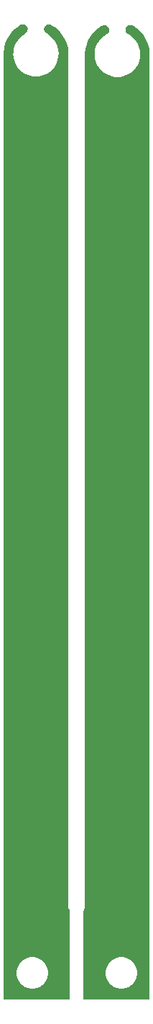
<source format=gbl>
%FSTAX44Y44*%
%MOMM*%
%SFA1B1*%

%IPPOS*%
%ADD11C,0.599999*%
%LNpcb1-1*%
%LPD*%
G36*
X00938861Y02046924D02*
X00939991Y02046448D01*
X00940003Y02046444*
X00941124Y02045847*
X00944543Y02043752*
X00949104Y02039857*
X00952999Y02035296*
X00956133Y02030181*
X00958428Y0202464*
X00959829Y02018807*
X00960268Y02013222*
X00960137Y02013098*
X00960025Y02012828*
X00960237Y02012652*
Y02011855*
Y01075989*
Y00902815*
X00882196*
Y01007*
X00882805Y01007794*
X00883796Y01010186*
X00884134Y01012752*
X00884108*
Y02012752*
X00884072Y02012934*
X00884528Y02018732*
X00885929Y02024564*
X00888224Y02030106*
X00891358Y0203522*
X00895254Y02039781*
X00899815Y02043677*
X00903233Y02045772*
X00904355Y02046368*
X00904367Y02046373*
X00905496Y02046849*
X00906989Y02047146*
X00909176Y02046711*
X00911031Y02045472*
X0091227Y02043617*
X00912684Y02041536*
X00912663Y02041429*
X00912684Y02041323*
X0091227Y02039242*
X00911031Y02037387*
X0090964Y02036457*
X00909664Y02036412*
X00906501Y02034474*
X00903297Y02031737*
X00900561Y02028534*
X0089836Y02024942*
X00896748Y02021049*
X00895764Y02016952*
X00895433Y02012752*
X00895764Y02008552*
X00896748Y02004456*
X0089836Y02000563*
X00900561Y01996971*
X00903297Y01993767*
X00906501Y01991031*
X00910093Y0198883*
X00913986Y01987218*
X00918083Y01986234*
X00922282Y01985904*
X00926483Y01986234*
X00930579Y01987218*
X00934472Y0198883*
X00938064Y01991031*
X00941267Y01993767*
X00944004Y01996971*
X00946205Y02000563*
X00947817Y02004456*
X00948801Y02008552*
X00949072Y02012002*
X009491Y02012143*
X00949124Y02012828*
X00948849Y02013929*
X00948783Y02014612*
X00948593Y02017028*
X00947609Y02021125*
X00945997Y02025017*
X00943796Y02028609*
X0094106Y02031813*
X00937856Y02034549*
X00934693Y02036488*
X00934717Y02036533*
X00933326Y02037462*
X00932087Y02039317*
X00931652Y02041504*
X00932087Y02043692*
X00933326Y02045547*
X00935181Y02046786*
X00937368Y02047221*
X00938861Y02046924*
G37*
G36*
X00813253Y02047577D02*
X00815108Y02046337D01*
X00816347Y02044483*
X00816761Y02042402*
X00816739Y02042295*
X00816761Y02042188*
X00816347Y02040107*
X00815108Y02038253*
X00813717Y02037323*
X00813756Y02037249*
X00813741Y02037278*
X00810578Y0203534*
X00807374Y02032603*
X00804638Y020294*
X00802436Y02025807*
X00800824Y02021915*
X00799841Y02017818*
X00799557Y02014215*
X0079931Y02013618*
X0079947*
X00799333Y02012933*
X00799361Y02012792*
X00799633Y02009343*
X00800616Y02005246*
X00802229Y02001354*
X0080443Y01997761*
X00807166Y01994558*
X0081037Y01991822*
X00813962Y0198962*
X00817854Y01988008*
X00821951Y01987024*
X00826151Y01986694*
X00830351Y01987024*
X00834448Y01988008*
X0083834Y0198962*
X00841933Y01991822*
X00845136Y01994558*
X00847872Y01997761*
X00850074Y02001354*
X00851686Y02005246*
X0085267Y02009343*
X00853Y02013543*
X0085267Y02017743*
X00851686Y0202184*
X00850074Y02025732*
X00847872Y02029324*
X00845136Y02032528*
X00841933Y02035264*
X00838769Y02037203*
X00838754Y02037174*
X00838793Y02037248*
X00837402Y02038177*
X00836163Y02040032*
X00835728Y0204222*
X00836163Y02044407*
X00837402Y02046262*
X00839257Y02047501*
X00841445Y02047936*
X00843632Y02047501*
X00844086Y02047198*
X00844068Y02047164*
X00844079Y02047159*
X00844096Y02047191*
X00844136Y02047266*
X00844142Y02047261*
X00844122Y02047223*
X00848619Y02044467*
X0085318Y02040572*
X00857075Y02036011*
X00860209Y02030896*
X00862505Y02025355*
X00863905Y02019522*
X00864362Y02013724*
X00864325Y02013543*
Y01012752*
X008643*
X00864638Y01010186*
X00865629Y01007794*
X0086614Y01007129*
Y00902815*
X00788197*
Y01076779*
Y02013442*
X00788173Y02013561*
X00788185Y02013618*
X00788408*
X00788296Y02013889*
X00788154Y02013869*
X00788605Y02019598*
X00790005Y0202543*
X007923Y02030972*
X00795435Y02036086*
X0079933Y02040647*
X00803891Y02044543*
X00808388Y02047298*
X00808368Y02047337*
X00808388Y02047298*
X00808395Y02047302*
X00808374Y02047341*
X00808414Y02047267*
X00808878Y02047577*
X00811065Y02048012*
X00813253Y02047577*
G37*
%LNpcb1-2*%
%LPC*%
G36*
X00928738Y00952549D02*
X00925086D01*
X00921505Y00951836*
X0091813Y00950439*
X00915094Y0094841*
X00912511Y00945828*
X00910482Y00942791*
X00909085Y00939417*
X00908372Y00935835*
Y00932183*
X00909085Y00928601*
X00910482Y00925227*
X00912511Y0092219*
X00915094Y00919608*
X0091813Y00917579*
X00921505Y00916181*
X00925086Y00915469*
X00928738*
X0093232Y00916181*
X00935694Y00917579*
X00938731Y00919608*
X00941313Y0092219*
X00943342Y00925227*
X0094474Y00928601*
X00945452Y00932183*
Y00935835*
X0094474Y00939417*
X00943342Y00942791*
X00941313Y00945828*
X00938731Y0094841*
X00935694Y00950439*
X0093232Y00951836*
X00928738Y00952549*
G37*
G36*
X00823738D02*
X00820086D01*
X00816505Y00951836*
X0081313Y00950439*
X00810094Y0094841*
X00807511Y00945828*
X00805482Y00942791*
X00804085Y00939417*
X00803372Y00935835*
Y00932183*
X00804085Y00928601*
X00805482Y00925227*
X00807511Y0092219*
X00810094Y00919608*
X0081313Y00917579*
X00816505Y00916181*
X00820086Y00915469*
X00823738*
X0082732Y00916181*
X00830694Y00917579*
X00833731Y00919608*
X00836313Y0092219*
X00838342Y00925227*
X0083974Y00928601*
X00840452Y00932183*
Y00935835*
X0083974Y00939417*
X00838342Y00942791*
X00836313Y00945828*
X00833731Y0094841*
X00830694Y00950439*
X0082732Y00951836*
X00823738Y00952549*
G37*
%LNpcb1-3*%
%LPD*%
G54D11*
X00851999Y01967999D03*
X00857999Y01955999D03*
X00851999Y01943999D03*
X00857999Y01931999D03*
X00851999Y01919999D03*
X00857999Y01907999D03*
X00851999Y01895999D03*
X00857999Y01883999D03*
X00851999Y01871999D03*
X00857999Y01859999D03*
X00851999Y01847999D03*
X00857999Y01835999D03*
X00851999Y01823999D03*
X00857999Y01811999D03*
X00851999Y01799999D03*
X00857999Y01787999D03*
X00851999Y01775999D03*
X00857999Y01763999D03*
X00851999Y01751999D03*
X00857999Y01739999D03*
X00851999Y01727999D03*
X00857999Y01715999D03*
X00851999Y01703999D03*
X00857999Y01691999D03*
X00851999Y01679999D03*
X00857999Y01667999D03*
X00851999Y01655999D03*
X00857999Y01643999D03*
X00851999Y01631999D03*
X00857999Y01619999D03*
X00851999Y01607999D03*
X00857999Y01595999D03*
X00851999Y01583999D03*
X00857999Y01571999D03*
X00851999Y01559999D03*
X00857999Y01547999D03*
X00851999Y01535999D03*
X00857999Y01524D03*
X00851999Y01511999D03*
X00857999Y01499999D03*
X00851999Y01487999D03*
X00857999Y01475999D03*
X00851999Y01463999D03*
X00857999Y01451999D03*
X00851999Y01439999D03*
X00857999Y01427999D03*
X00851999Y01415999D03*
X00857999Y01403999D03*
X00851999Y01391999D03*
X00857999Y01379999D03*
X00851999Y01367999D03*
X00857999Y01355999D03*
X00851999Y01343999D03*
X00857999Y01331999D03*
X00851999Y01319999D03*
X00857999Y01307999D03*
X00851999Y01295999D03*
X00857999Y01283999D03*
X00851999Y01271999D03*
X00857999Y01259999D03*
X00851999Y01247999D03*
X00857999Y01235999D03*
X00851999Y01223999D03*
X00857999Y01211999D03*
X00851999Y01199999D03*
X00857999Y01187999D03*
X00851999Y01175999D03*
X00857999Y01163999D03*
X00851999Y01151999D03*
X00857999Y01139999D03*
X00851999Y01127999D03*
X00857999Y01115999D03*
X00851999Y01103999D03*
X00857999Y01091999D03*
X00851999Y01079999D03*
X00857999Y01067999D03*
X00851999Y01055999D03*
X00857999Y01043999D03*
X00851999Y01031999D03*
X00857999Y01019999D03*
X00851999Y01007999D03*
X00857999Y00995999D03*
X00851999Y00983999D03*
X00839999Y01967999D03*
X00845999Y01955999D03*
X00839999Y01943999D03*
X00845999Y01931999D03*
X00839999Y01919999D03*
X00845999Y01907999D03*
X00839999Y01895999D03*
X00845999Y01883999D03*
X00839999Y01871999D03*
X00845999Y01859999D03*
X00839999Y01847999D03*
X00845999Y01835999D03*
X00839999Y01823999D03*
X00845999Y01811999D03*
X00839999Y01799999D03*
X00845999Y01787999D03*
X00839999Y01775999D03*
X00845999Y01763999D03*
X00839999Y01751999D03*
X00845999Y01739999D03*
X00839999Y01727999D03*
X00845999Y01715999D03*
X00839999Y01703999D03*
X00845999Y01691999D03*
X00839999Y01679999D03*
X00845999Y01667999D03*
X00839999Y01655999D03*
X00845999Y01643999D03*
X00839999Y01631999D03*
X00845999Y01619999D03*
X00839999Y01607999D03*
X00845999Y01595999D03*
X00839999Y01583999D03*
X00845999Y01571999D03*
X00839999Y01559999D03*
X00845999Y01547999D03*
X00839999Y01535999D03*
X00845999Y01524D03*
X00839999Y01511999D03*
X00845999Y01499999D03*
X00839999Y01487999D03*
X00845999Y01475999D03*
X00839999Y01463999D03*
X00845999Y01451999D03*
X00839999Y01439999D03*
X00845999Y01427999D03*
X00839999Y01415999D03*
X00845999Y01403999D03*
X00839999Y01391999D03*
X00845999Y01379999D03*
X00839999Y01367999D03*
X00845999Y01355999D03*
X00839999Y01343999D03*
X00845999Y01331999D03*
X00839999Y01319999D03*
X00845999Y01307999D03*
X00839999Y01295999D03*
X00845999Y01283999D03*
X00839999Y01271999D03*
X00845999Y01259999D03*
X00839999Y01247999D03*
X00845999Y01235999D03*
X00839999Y01223999D03*
X00845999Y01211999D03*
X00839999Y01199999D03*
X00845999Y01187999D03*
X00839999Y01175999D03*
X00845999Y01163999D03*
X00839999Y01151999D03*
X00845999Y01139999D03*
X00839999Y01127999D03*
X00845999Y01115999D03*
X00839999Y01103999D03*
X00845999Y01091999D03*
X00839999Y01079999D03*
X00845999Y01067999D03*
X00839999Y01055999D03*
X00845999Y01043999D03*
X00839999Y01031999D03*
X00845999Y01019999D03*
X00839999Y01007999D03*
X00845999Y00995999D03*
X00839999Y00983999D03*
X00827999Y01967999D03*
X00833999Y01955999D03*
X00827999Y01943999D03*
X00833999Y01931999D03*
X00827999Y01919999D03*
X00833999Y01907999D03*
X00827999Y01895999D03*
X00833999Y01883999D03*
X00827999Y01871999D03*
X00833999Y01859999D03*
X00827999Y01847999D03*
X00833999Y01835999D03*
X00827999Y01823999D03*
X00833999Y01811999D03*
X00827999Y01799999D03*
X00833999Y01787999D03*
X00827999Y01775999D03*
X00833999Y01763999D03*
X00827999Y01751999D03*
X00833999Y01739999D03*
X00827999Y01727999D03*
X00833999Y01715999D03*
X00827999Y01703999D03*
X00833999Y01691999D03*
X00827999Y01679999D03*
X00833999Y01667999D03*
X00827999Y01655999D03*
X00833999Y01643999D03*
X00827999Y01631999D03*
X00833999Y01619999D03*
X00827999Y01607999D03*
X00833999Y01595999D03*
X00827999Y01583999D03*
X00833999Y01571999D03*
X00827999Y01559999D03*
X00833999Y01547999D03*
X00827999Y01535999D03*
X00833999Y01524D03*
X00827999Y01511999D03*
X00833999Y01499999D03*
X00827999Y01487999D03*
X00833999Y01475999D03*
X00827999Y01463999D03*
X00833999Y01451999D03*
X00827999Y01439999D03*
X00833999Y01427999D03*
X00827999Y01415999D03*
X00833999Y01403999D03*
X00827999Y01391999D03*
X00833999Y01379999D03*
X00827999Y01367999D03*
X00833999Y01355999D03*
X00827999Y01343999D03*
X00833999Y01331999D03*
X00827999Y01319999D03*
X00833999Y01307999D03*
X00827999Y01295999D03*
X00833999Y01283999D03*
X00827999Y01271999D03*
X00833999Y01259999D03*
X00827999Y01247999D03*
X00833999Y01235999D03*
X00827999Y01223999D03*
X00833999Y01211999D03*
X00827999Y01199999D03*
X00833999Y01187999D03*
X00827999Y01175999D03*
X00833999Y01163999D03*
X00827999Y01151999D03*
X00833999Y01139999D03*
X00827999Y01127999D03*
X00833999Y01115999D03*
X00827999Y01103999D03*
X00833999Y01091999D03*
X00827999Y01079999D03*
X00833999Y01067999D03*
X00827999Y01055999D03*
X00833999Y01043999D03*
X00827999Y01031999D03*
X00833999Y01019999D03*
X00827999Y01007999D03*
X00833999Y00995999D03*
X00827999Y00983999D03*
X00815999Y01967999D03*
X00821999Y01955999D03*
X00815999Y01943999D03*
X00821999Y01931999D03*
X00815999Y01919999D03*
X00821999Y01907999D03*
X00815999Y01895999D03*
X00821999Y01883999D03*
X00815999Y01871999D03*
X00821999Y01859999D03*
X00815999Y01847999D03*
X00821999Y01835999D03*
X00815999Y01823999D03*
X00821999Y01811999D03*
X00815999Y01799999D03*
X00821999Y01787999D03*
X00815999Y01775999D03*
X00821999Y01763999D03*
X00815999Y01751999D03*
X00821999Y01739999D03*
X00815999Y01727999D03*
X00821999Y01715999D03*
X00815999Y01703999D03*
X00821999Y01691999D03*
X00815999Y01679999D03*
X00821999Y01667999D03*
X00815999Y01655999D03*
X00821999Y01643999D03*
X00815999Y01631999D03*
X00821999Y01619999D03*
X00815999Y01607999D03*
X00821999Y01595999D03*
X00815999Y01583999D03*
X00821999Y01571999D03*
X00815999Y01559999D03*
X00821999Y01547999D03*
X00815999Y01535999D03*
X00821999Y01524D03*
X00815999Y01511999D03*
X00821999Y01499999D03*
X00815999Y01487999D03*
X00821999Y01475999D03*
X00815999Y01463999D03*
X00821999Y01451999D03*
X00815999Y01439999D03*
X00821999Y01427999D03*
X00815999Y01415999D03*
X00821999Y01403999D03*
X00815999Y01391999D03*
X00821999Y01379999D03*
X00815999Y01367999D03*
X00821999Y01355999D03*
X00815999Y01343999D03*
X00821999Y01331999D03*
X00815999Y01319999D03*
X00821999Y01307999D03*
X00815999Y01295999D03*
X00821999Y01283999D03*
X00815999Y01271999D03*
X00821999Y01259999D03*
X00815999Y01247999D03*
X00821999Y01235999D03*
X00815999Y01223999D03*
X00821999Y01211999D03*
X00815999Y01199999D03*
X00821999Y01187999D03*
X00815999Y01175999D03*
X00821999Y01163999D03*
X00815999Y01151999D03*
X00821999Y01139999D03*
X00815999Y01127999D03*
X00821999Y01115999D03*
X00815999Y01103999D03*
X00821999Y01091999D03*
X00815999Y01079999D03*
X00821999Y01067999D03*
X00815999Y01055999D03*
X00821999Y01043999D03*
X00815999Y01031999D03*
X00821999Y01019999D03*
X00815999Y01007999D03*
X00821999Y00995999D03*
X00815999Y00983999D03*
X00803999Y01967999D03*
X00809999Y01955999D03*
X00803999Y01943999D03*
X00809999Y01931999D03*
X00803999Y01919999D03*
X00809999Y01907999D03*
X00803999Y01895999D03*
X00809999Y01883999D03*
X00803999Y01871999D03*
X00809999Y01859999D03*
X00803999Y01847999D03*
X00809999Y01835999D03*
X00803999Y01823999D03*
X00809999Y01811999D03*
X00803999Y01799999D03*
X00809999Y01787999D03*
X00803999Y01775999D03*
X00809999Y01763999D03*
X00803999Y01751999D03*
X00809999Y01739999D03*
X00803999Y01727999D03*
X00809999Y01715999D03*
X00803999Y01703999D03*
X00809999Y01691999D03*
X00803999Y01679999D03*
X00809999Y01667999D03*
X00803999Y01655999D03*
X00809999Y01643999D03*
X00803999Y01631999D03*
X00809999Y01619999D03*
X00803999Y01607999D03*
X00809999Y01595999D03*
X00803999Y01583999D03*
X00809999Y01571999D03*
X00803999Y01559999D03*
X00809999Y01547999D03*
X00803999Y01535999D03*
X00809999Y01524D03*
X00803999Y01511999D03*
X00809999Y01499999D03*
X00803999Y01487999D03*
X00809999Y01475999D03*
X00803999Y01463999D03*
X00809999Y01451999D03*
X00803999Y01439999D03*
X00809999Y01427999D03*
X00803999Y01415999D03*
X00809999Y01403999D03*
X00803999Y01391999D03*
X00809999Y01379999D03*
X00803999Y01367999D03*
X00809999Y01355999D03*
X00803999Y01343999D03*
X00809999Y01331999D03*
X00803999Y01319999D03*
X00809999Y01307999D03*
X00803999Y01295999D03*
X00809999Y01283999D03*
X00803999Y01271999D03*
X00809999Y01259999D03*
X00803999Y01247999D03*
X00809999Y01235999D03*
X00803999Y01223999D03*
X00809999Y01211999D03*
X00803999Y01199999D03*
X00809999Y01187999D03*
X00803999Y01175999D03*
X00809999Y01163999D03*
X00803999Y01151999D03*
X00809999Y01139999D03*
X00803999Y01127999D03*
X00809999Y01115999D03*
X00803999Y01103999D03*
X00809999Y01091999D03*
X00803999Y01079999D03*
X00809999Y01067999D03*
X00803999Y01055999D03*
X00809999Y01043999D03*
X00803999Y01031999D03*
X00809999Y01019999D03*
X00803999Y01007999D03*
X00809999Y00995999D03*
X00803999Y00983999D03*
X00791999Y01967999D03*
X00797999Y01955999D03*
X00791999Y01943999D03*
X00797999Y01931999D03*
X00791999Y01919999D03*
X00797999Y01907999D03*
X00791999Y01895999D03*
X00797999Y01883999D03*
X00791999Y01871999D03*
X00797999Y01859999D03*
X00791999Y01847999D03*
X00797999Y01835999D03*
X00791999Y01823999D03*
X00797999Y01811999D03*
X00791999Y01799999D03*
X00797999Y01787999D03*
X00791999Y01775999D03*
X00797999Y01763999D03*
X00791999Y01751999D03*
X00797999Y01739999D03*
X00791999Y01727999D03*
X00797999Y01715999D03*
X00791999Y01703999D03*
X00797999Y01691999D03*
X00791999Y01679999D03*
X00797999Y01667999D03*
X00791999Y01655999D03*
X00797999Y01643999D03*
X00791999Y01631999D03*
X00797999Y01619999D03*
X00791999Y01607999D03*
X00797999Y01595999D03*
X00791999Y01583999D03*
X00797999Y01571999D03*
X00791999Y01559999D03*
X00797999Y01547999D03*
X00791999Y01535999D03*
X00797999Y01524D03*
X00791999Y01511999D03*
X00797999Y01499999D03*
X00791999Y01487999D03*
X00797999Y01475999D03*
X00791999Y01463999D03*
X00797999Y01451999D03*
X00791999Y01439999D03*
X00797999Y01427999D03*
X00791999Y01415999D03*
X00797999Y01403999D03*
X00791999Y01391999D03*
X00797999Y01379999D03*
X00791999Y01367999D03*
X00797999Y01355999D03*
X00791999Y01343999D03*
X00797999Y01331999D03*
X00791999Y01319999D03*
X00797999Y01307999D03*
X00791999Y01295999D03*
X00797999Y01283999D03*
X00791999Y01271999D03*
X00797999Y01259999D03*
X00791999Y01247999D03*
X00797999Y01235999D03*
X00791999Y01223999D03*
X00797999Y01211999D03*
X00791999Y01199999D03*
X00797999Y01187999D03*
X00791999Y01175999D03*
X00797999Y01163999D03*
X00791999Y01151999D03*
X00797999Y01139999D03*
X00791999Y01127999D03*
X00797999Y01115999D03*
X00791999Y01103999D03*
X00797999Y01091999D03*
X00791999Y01079999D03*
X00797999Y01067999D03*
X00791999Y01055999D03*
X00797999Y01043999D03*
X00791999Y01031999D03*
X00797999Y01019999D03*
X00791999Y01007999D03*
X00797999Y00995999D03*
X00791999Y00983999D03*
X00947999Y01967999D03*
X00953999Y01955999D03*
X00947999Y01943999D03*
X00953999Y01931999D03*
X00947999Y01919999D03*
X00953999Y01907999D03*
X00947999Y01895999D03*
X00953999Y01883999D03*
X00947999Y01871999D03*
X00953999Y01859999D03*
X00947999Y01847999D03*
X00953999Y01835999D03*
X00947999Y01823999D03*
X00953999Y01811999D03*
X00947999Y01799999D03*
X00953999Y01787999D03*
X00947999Y01775999D03*
X00953999Y01763999D03*
X00947999Y01751999D03*
X00953999Y01739999D03*
X00947999Y01727999D03*
X00953999Y01715999D03*
X00947999Y01703999D03*
X00953999Y01691999D03*
X00947999Y01679999D03*
X00953999Y01667999D03*
X00947999Y01655999D03*
X00953999Y01643999D03*
X00947999Y01631999D03*
X00953999Y01619999D03*
X00947999Y01607999D03*
X00953999Y01595999D03*
X00947999Y01583999D03*
X00953999Y01571999D03*
X00947999Y01559999D03*
X00953999Y01547999D03*
X00947999Y01535999D03*
X00953999Y01524D03*
X00947999Y01511999D03*
X00953999Y01499999D03*
X00947999Y01487999D03*
X00953999Y01475999D03*
X00947999Y01463999D03*
X00953999Y01451999D03*
X00947999Y01439999D03*
X00953999Y01427999D03*
X00947999Y01415999D03*
X00953999Y01403999D03*
X00947999Y01391999D03*
X00953999Y01379999D03*
X00947999Y01367999D03*
X00953999Y01355999D03*
X00947999Y01343999D03*
X00953999Y01331999D03*
X00947999Y01319999D03*
X00953999Y01307999D03*
X00947999Y01295999D03*
X00953999Y01283999D03*
X00947999Y01271999D03*
X00953999Y01259999D03*
X00947999Y01247999D03*
X00953999Y01235999D03*
X00947999Y01223999D03*
X00953999Y01211999D03*
X00947999Y01199999D03*
X00953999Y01187999D03*
X00947999Y01175999D03*
X00953999Y01163999D03*
X00947999Y01151999D03*
X00953999Y01139999D03*
X00947999Y01127999D03*
X00953999Y01115999D03*
X00947999Y01103999D03*
X00953999Y01091999D03*
X00947999Y01079999D03*
X00953999Y01067999D03*
X00947999Y01055999D03*
X00953999Y01043999D03*
X00947999Y01031999D03*
X00953999Y01019999D03*
X00947999Y01007999D03*
X00953999Y00995999D03*
X00947999Y00983999D03*
X00935999Y01967999D03*
X00941999Y01955999D03*
X00935999Y01943999D03*
X00941999Y01931999D03*
X00935999Y01919999D03*
X00941999Y01907999D03*
X00935999Y01895999D03*
X00941999Y01883999D03*
X00935999Y01871999D03*
X00941999Y01859999D03*
X00935999Y01847999D03*
X00941999Y01835999D03*
X00935999Y01823999D03*
X00941999Y01811999D03*
X00935999Y01799999D03*
X00941999Y01787999D03*
X00935999Y01775999D03*
X00941999Y01763999D03*
X00935999Y01751999D03*
X00941999Y01739999D03*
X00935999Y01727999D03*
X00941999Y01715999D03*
X00935999Y01703999D03*
X00941999Y01691999D03*
X00935999Y01679999D03*
X00941999Y01667999D03*
X00935999Y01655999D03*
X00941999Y01643999D03*
X00935999Y01631999D03*
X00941999Y01619999D03*
X00935999Y01607999D03*
X00941999Y01595999D03*
X00935999Y01583999D03*
X00941999Y01571999D03*
X00935999Y01559999D03*
X00941999Y01547999D03*
X00935999Y01535999D03*
X00941999Y01524D03*
X00935999Y01511999D03*
X00941999Y01499999D03*
X00935999Y01487999D03*
X00941999Y01475999D03*
X00935999Y01463999D03*
X00941999Y01451999D03*
X00935999Y01439999D03*
X00941999Y01427999D03*
X00935999Y01415999D03*
X00941999Y01403999D03*
X00935999Y01391999D03*
X00941999Y01379999D03*
X00935999Y01367999D03*
X00941999Y01355999D03*
X00935999Y01343999D03*
X00941999Y01331999D03*
X00935999Y01319999D03*
X00941999Y01307999D03*
X00935999Y01295999D03*
X00941999Y01283999D03*
X00935999Y01271999D03*
X00941999Y01259999D03*
X00935999Y01247999D03*
X00941999Y01235999D03*
X00935999Y01223999D03*
X00941999Y01211999D03*
X00935999Y01199999D03*
X00941999Y01187999D03*
X00935999Y01175999D03*
X00941999Y01163999D03*
X00935999Y01151999D03*
X00941999Y01139999D03*
X00935999Y01127999D03*
X00941999Y01115999D03*
X00935999Y01103999D03*
X00941999Y01091999D03*
X00935999Y01079999D03*
X00941999Y01067999D03*
X00935999Y01055999D03*
X00941999Y01043999D03*
X00935999Y01031999D03*
X00941999Y01019999D03*
X00935999Y01007999D03*
X00941999Y00995999D03*
X00935999Y00983999D03*
X00923999Y01967999D03*
X00929999Y01955999D03*
X00923999Y01943999D03*
X00929999Y01931999D03*
X00923999Y01919999D03*
X00929999Y01907999D03*
X00923999Y01895999D03*
X00929999Y01883999D03*
X00923999Y01871999D03*
X00929999Y01859999D03*
X00923999Y01847999D03*
X00929999Y01835999D03*
X00923999Y01823999D03*
X00929999Y01811999D03*
X00923999Y01799999D03*
X00929999Y01787999D03*
X00923999Y01775999D03*
X00929999Y01763999D03*
X00923999Y01751999D03*
X00929999Y01739999D03*
X00923999Y01727999D03*
X00929999Y01715999D03*
X00923999Y01703999D03*
X00929999Y01691999D03*
X00923999Y01679999D03*
X00929999Y01667999D03*
X00923999Y01655999D03*
X00929999Y01643999D03*
X00923999Y01631999D03*
X00929999Y01619999D03*
X00923999Y01607999D03*
X00929999Y01595999D03*
X00923999Y01583999D03*
X00929999Y01571999D03*
X00923999Y01559999D03*
X00929999Y01547999D03*
X00923999Y01535999D03*
X00929999Y01524D03*
X00923999Y01511999D03*
X00929999Y01499999D03*
X00923999Y01487999D03*
X00929999Y01475999D03*
X00923999Y01463999D03*
X00929999Y01451999D03*
X00923999Y01439999D03*
X00929999Y01427999D03*
X00923999Y01415999D03*
X00929999Y01403999D03*
X00923999Y01391999D03*
X00929999Y01379999D03*
X00923999Y01367999D03*
X00929999Y01355999D03*
X00923999Y01343999D03*
X00929999Y01331999D03*
X00923999Y01319999D03*
X00929999Y01307999D03*
X00923999Y01295999D03*
X00929999Y01283999D03*
X00923999Y01271999D03*
X00929999Y01259999D03*
X00923999Y01247999D03*
X00929999Y01235999D03*
X00923999Y01223999D03*
X00929999Y01211999D03*
X00923999Y01199999D03*
X00929999Y01187999D03*
X00923999Y01175999D03*
X00929999Y01163999D03*
X00923999Y01151999D03*
X00929999Y01139999D03*
X00923999Y01127999D03*
X00929999Y01115999D03*
X00923999Y01103999D03*
X00929999Y01091999D03*
X00923999Y01079999D03*
X00929999Y01067999D03*
X00923999Y01055999D03*
X00929999Y01043999D03*
X00923999Y01031999D03*
X00929999Y01019999D03*
X00923999Y01007999D03*
X00929999Y00995999D03*
X00923999Y00983999D03*
X00911999Y01967999D03*
X00917999Y01955999D03*
X00911999Y01943999D03*
X00917999Y01931999D03*
X00911999Y01919999D03*
X00917999Y01907999D03*
X00911999Y01895999D03*
X00917999Y01883999D03*
X00911999Y01871999D03*
X00917999Y01859999D03*
X00911999Y01847999D03*
X00917999Y01835999D03*
X00911999Y01823999D03*
X00917999Y01811999D03*
X00911999Y01799999D03*
X00917999Y01787999D03*
X00911999Y01775999D03*
X00917999Y01763999D03*
X00911999Y01751999D03*
X00917999Y01739999D03*
X00911999Y01727999D03*
X00917999Y01715999D03*
X00911999Y01703999D03*
X00917999Y01691999D03*
X00911999Y01679999D03*
X00917999Y01667999D03*
X00911999Y01655999D03*
X00917999Y01643999D03*
X00911999Y01631999D03*
X00917999Y01619999D03*
X00911999Y01607999D03*
X00917999Y01595999D03*
X00911999Y01583999D03*
X00917999Y01571999D03*
X00911999Y01559999D03*
X00917999Y01547999D03*
X00911999Y01535999D03*
X00917999Y01524D03*
X00911999Y01511999D03*
X00917999Y01499999D03*
X00911999Y01487999D03*
X00917999Y01475999D03*
X00911999Y01463999D03*
X00917999Y01451999D03*
X00911999Y01439999D03*
X00917999Y01427999D03*
X00911999Y01415999D03*
X00917999Y01403999D03*
X00911999Y01391999D03*
X00917999Y01379999D03*
X00911999Y01367999D03*
X00917999Y01355999D03*
X00911999Y01343999D03*
X00917999Y01331999D03*
X00911999Y01319999D03*
X00917999Y01307999D03*
X00911999Y01295999D03*
X00917999Y01283999D03*
X00911999Y01271999D03*
X00917999Y01259999D03*
X00911999Y01247999D03*
X00917999Y01235999D03*
X00911999Y01223999D03*
X00917999Y01211999D03*
X00911999Y01199999D03*
X00917999Y01187999D03*
X00911999Y01175999D03*
X00917999Y01163999D03*
X00911999Y01151999D03*
X00917999Y01139999D03*
X00911999Y01127999D03*
X00917999Y01115999D03*
X00911999Y01103999D03*
X00917999Y01091999D03*
X00911999Y01079999D03*
X00917999Y01067999D03*
X00911999Y01055999D03*
X00917999Y01043999D03*
X00911999Y01031999D03*
X00917999Y01019999D03*
X00911999Y01007999D03*
X00917999Y00995999D03*
X00911999Y00983999D03*
X00899999Y01967999D03*
X00905999Y01955999D03*
X00899999Y01943999D03*
X00905999Y01931999D03*
X00899999Y01919999D03*
X00905999Y01907999D03*
X00899999Y01895999D03*
X00905999Y01883999D03*
X00899999Y01871999D03*
X00905999Y01859999D03*
X00899999Y01847999D03*
X00905999Y01835999D03*
X00899999Y01823999D03*
X00905999Y01811999D03*
X00899999Y01799999D03*
X00905999Y01787999D03*
X00899999Y01775999D03*
X00905999Y01763999D03*
X00899999Y01751999D03*
X00905999Y01739999D03*
X00899999Y01727999D03*
X00905999Y01715999D03*
X00899999Y01703999D03*
X00905999Y01691999D03*
X00899999Y01679999D03*
X00905999Y01667999D03*
X00899999Y01655999D03*
X00905999Y01643999D03*
X00899999Y01631999D03*
X00905999Y01619999D03*
X00899999Y01607999D03*
X00905999Y01595999D03*
X00899999Y01583999D03*
X00905999Y01571999D03*
X00899999Y01559999D03*
X00905999Y01547999D03*
X00899999Y01535999D03*
X00905999Y01524D03*
X00899999Y01511999D03*
X00905999Y01499999D03*
X00899999Y01487999D03*
X00905999Y01475999D03*
X00899999Y01463999D03*
X00905999Y01451999D03*
X00899999Y01439999D03*
X00905999Y01427999D03*
X00899999Y01415999D03*
X00905999Y01403999D03*
X00899999Y01391999D03*
X00905999Y01379999D03*
X00899999Y01367999D03*
X00905999Y01355999D03*
X00899999Y01343999D03*
X00905999Y01331999D03*
X00899999Y01319999D03*
X00905999Y01307999D03*
X00899999Y01295999D03*
X00905999Y01283999D03*
X00899999Y01271999D03*
X00905999Y01259999D03*
X00899999Y01247999D03*
X00905999Y01235999D03*
X00899999Y01223999D03*
X00905999Y01211999D03*
X00899999Y01199999D03*
X00905999Y01187999D03*
X00899999Y01175999D03*
X00905999Y01163999D03*
X00899999Y01151999D03*
X00905999Y01139999D03*
X00899999Y01127999D03*
X00905999Y01115999D03*
X00899999Y01103999D03*
X00905999Y01091999D03*
X00899999Y01079999D03*
X00905999Y01067999D03*
X00899999Y01055999D03*
X00905999Y01043999D03*
X00899999Y01031999D03*
X00905999Y01019999D03*
X00899999Y01007999D03*
X00905999Y00995999D03*
X00899999Y00983999D03*
X00887999Y01967999D03*
X00893999Y01955999D03*
X00887999Y01943999D03*
X00893999Y01931999D03*
X00887999Y01919999D03*
X00893999Y01907999D03*
X00887999Y01895999D03*
X00893999Y01883999D03*
X00887999Y01871999D03*
X00893999Y01859999D03*
X00887999Y01847999D03*
X00893999Y01835999D03*
X00887999Y01823999D03*
X00893999Y01811999D03*
X00887999Y01799999D03*
X00893999Y01787999D03*
X00887999Y01775999D03*
X00893999Y01763999D03*
X00887999Y01751999D03*
X00893999Y01739999D03*
X00887999Y01727999D03*
X00893999Y01715999D03*
X00887999Y01703999D03*
X00893999Y01691999D03*
X00887999Y01679999D03*
X00893999Y01667999D03*
X00887999Y01655999D03*
X00893999Y01643999D03*
X00887999Y01631999D03*
X00893999Y01619999D03*
X00887999Y01607999D03*
X00893999Y01595999D03*
X00887999Y01583999D03*
X00893999Y01571999D03*
X00887999Y01559999D03*
X00893999Y01547999D03*
X00887999Y01535999D03*
X00893999Y01524D03*
X00887999Y01511999D03*
X00893999Y01499999D03*
X00887999Y01487999D03*
X00893999Y01475999D03*
X00887999Y01463999D03*
X00893999Y01451999D03*
X00887999Y01439999D03*
X00893999Y01427999D03*
X00887999Y01415999D03*
X00893999Y01403999D03*
X00887999Y01391999D03*
X00893999Y01379999D03*
X00887999Y01367999D03*
X00893999Y01355999D03*
X00887999Y01343999D03*
X00893999Y01331999D03*
X00887999Y01319999D03*
X00893999Y01307999D03*
X00887999Y01295999D03*
X00893999Y01283999D03*
X00887999Y01271999D03*
X00893999Y01259999D03*
X00887999Y01247999D03*
X00893999Y01235999D03*
X00887999Y01223999D03*
X00893999Y01211999D03*
X00887999Y01199999D03*
X00893999Y01187999D03*
X00887999Y01175999D03*
X00893999Y01163999D03*
X00887999Y01151999D03*
X00893999Y01139999D03*
X00887999Y01127999D03*
X00893999Y01115999D03*
X00887999Y01103999D03*
X00893999Y01091999D03*
X00887999Y01079999D03*
X00893999Y01067999D03*
X00887999Y01055999D03*
X00893999Y01043999D03*
X00887999Y01031999D03*
X00893999Y01019999D03*
X00887999Y01007999D03*
X00893999Y00995999D03*
X00887999Y00983999D03*
M02*
</source>
